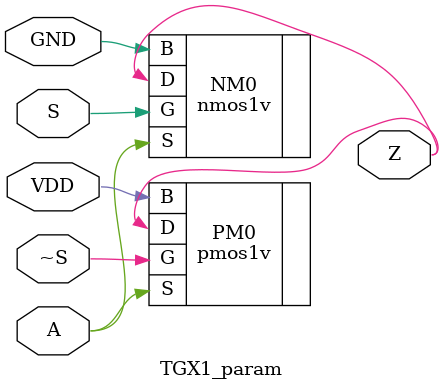
<source format=v>

module TGX1_param (
A,S,\~S ,GND,VDD,Z );
input  A;
input  S;
input  \~S ;
input  GND;
input  VDD;
output  Z;
wire VDD;
wire \~S ;
wire S;
wire Z;
wire A;
wire GND;

nmos1v    
 NM0  ( .S( A ), .G( S ), .B( GND ), .D( Z ) );

pmos1v    
 PM0  ( .S( A ), .G( \~S  ), .B( VDD ), .D( Z ) );

endmodule


</source>
